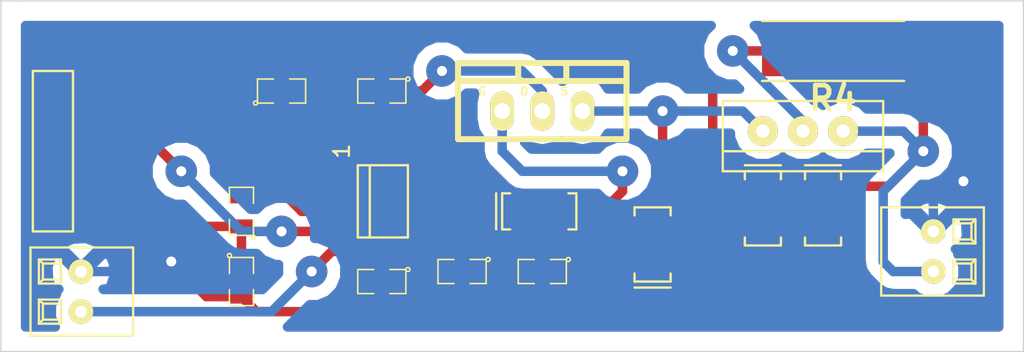
<source format=kicad_pcb>
(kicad_pcb (version 4) (host pcbnew "(2014-08-05 BZR 5054)-product")

  (general
    (links 33)
    (no_connects 0)
    (area 98.850429 86.6692 171.024572 110.540001)
    (thickness 1.6)
    (drawings 5)
    (tracks 132)
    (zones 0)
    (modules 18)
    (nets 13)
  )

  (page A4)
  (layers
    (0 F.Cu signal)
    (31 B.Cu signal)
    (32 B.Adhes user)
    (33 F.Adhes user)
    (34 B.Paste user)
    (35 F.Paste user)
    (36 B.SilkS user)
    (37 F.SilkS user)
    (38 B.Mask user)
    (39 F.Mask user)
    (40 Dwgs.User user)
    (41 Cmts.User user)
    (42 Eco1.User user)
    (43 Eco2.User user)
    (44 Edge.Cuts user)
    (45 Margin user)
  )

  (setup
    (last_trace_width 0.6)
    (trace_clearance 0.254)
    (zone_clearance 0.8)
    (zone_45_only no)
    (trace_min 0.6)
    (segment_width 0.2)
    (edge_width 0.1)
    (via_size 2)
    (via_drill 0.635)
    (via_min_size 2)
    (via_min_drill 0.508)
    (uvia_size 0.508)
    (uvia_drill 0.127)
    (uvias_allowed no)
    (uvia_min_size 0.508)
    (uvia_min_drill 0.127)
    (pcb_text_width 0.3)
    (pcb_text_size 1.5 1.5)
    (mod_edge_width 0.15)
    (mod_text_size 1 1)
    (mod_text_width 0.15)
    (pad_size 1.34 1.8)
    (pad_drill 0)
    (pad_to_mask_clearance 0.5)
    (solder_mask_min_width 0.5)
    (aux_axis_origin 0 0)
    (visible_elements FFFFFF7F)
    (pcbplotparams
      (layerselection 0x00000_00000001)
      (usegerberextensions false)
      (excludeedgelayer true)
      (linewidth 0.100000)
      (plotframeref false)
      (viasonmask false)
      (mode 1)
      (useauxorigin false)
      (hpglpennumber 1)
      (hpglpenspeed 20)
      (hpglpendiameter 15)
      (hpglpenoverlay 2)
      (psnegative false)
      (psa4output false)
      (plotreference true)
      (plotvalue true)
      (plotinvisibletext false)
      (padsonsilk false)
      (subtractmaskfromsilk false)
      (outputformat 4)
      (mirror false)
      (drillshape 0)
      (scaleselection 1)
      (outputdirectory ""))
  )

  (net 0 "")
  (net 1 "Net-(C1-Pad1)")
  (net 2 GND)
  (net 3 +12V)
  (net 4 "Net-(C3-Pad1)")
  (net 5 VDD)
  (net 6 "Net-(D1-Pad1)")
  (net 7 "Net-(D1-Pad2)")
  (net 8 "Net-(D2-Pad1)")
  (net 9 "Net-(D3-Pad2)")
  (net 10 "Net-(P1-Pad3)")
  (net 11 "Net-(P1-Pad4)")
  (net 12 "Net-(R4-Pad2)")

  (net_class Default "This is the default net class."
    (clearance 0.254)
    (trace_width 0.6)
    (via_dia 2)
    (via_drill 0.635)
    (uvia_dia 0.508)
    (uvia_drill 0.127)
    (add_net +12V)
    (add_net GND)
    (add_net "Net-(C1-Pad1)")
    (add_net "Net-(C3-Pad1)")
    (add_net "Net-(D1-Pad1)")
    (add_net "Net-(D1-Pad2)")
    (add_net "Net-(D2-Pad1)")
    (add_net "Net-(D3-Pad2)")
    (add_net "Net-(P1-Pad3)")
    (add_net "Net-(P1-Pad4)")
    (add_net "Net-(R4-Pad2)")
    (add_net VDD)
  )

  (module SMD_Packages:SMD-0805 (layer F.Cu) (tedit 53F11022) (tstamp 53F0DA99)
    (at 120.65 93.98)
    (path /53EFE5FC)
    (attr smd)
    (fp_text reference C1 (at 0 -0.3175) (layer F.SilkS) hide
      (effects (font (size 0.50038 0.50038) (thickness 0.10922)))
    )
    (fp_text value 10U (at 0 0.381) (layer F.SilkS) hide
      (effects (font (size 0.50038 0.50038) (thickness 0.10922)))
    )
    (fp_circle (center -1.651 0.762) (end -1.651 0.635) (layer F.SilkS) (width 0.09906))
    (fp_line (start -0.508 0.762) (end -1.524 0.762) (layer F.SilkS) (width 0.09906))
    (fp_line (start -1.524 0.762) (end -1.524 -0.762) (layer F.SilkS) (width 0.09906))
    (fp_line (start -1.524 -0.762) (end -0.508 -0.762) (layer F.SilkS) (width 0.09906))
    (fp_line (start 0.508 -0.762) (end 1.524 -0.762) (layer F.SilkS) (width 0.09906))
    (fp_line (start 1.524 -0.762) (end 1.524 0.762) (layer F.SilkS) (width 0.09906))
    (fp_line (start 1.524 0.762) (end 0.508 0.762) (layer F.SilkS) (width 0.09906))
    (pad 1 smd rect (at -0.9525 0) (size 0.889 1.397) (layers F.Cu F.Paste F.Mask)
      (net 1 "Net-(C1-Pad1)"))
    (pad 2 smd rect (at 0.9525 0) (size 0.889 1.397) (layers F.Cu F.Paste F.Mask)
      (net 2 GND))
    (model smd/chip_cms.wrl
      (at (xyz 0 0 0))
      (scale (xyz 0.1000000014901161 0.1000000014901161 0.1000000014901161))
      (rotate (xyz 0 0 0))
    )
  )

  (module SMD_Packages:SMD-0805 (layer F.Cu) (tedit 53F1103B) (tstamp 53F0DAA6)
    (at 127 93.98 180)
    (path /53EFC4DE)
    (attr smd)
    (fp_text reference C2 (at 0 -0.3175 180) (layer F.SilkS) hide
      (effects (font (size 0.50038 0.50038) (thickness 0.10922)))
    )
    (fp_text value 10U (at 0 0.381 180) (layer F.SilkS) hide
      (effects (font (size 0.50038 0.50038) (thickness 0.10922)))
    )
    (fp_circle (center -1.651 0.762) (end -1.651 0.635) (layer F.SilkS) (width 0.09906))
    (fp_line (start -0.508 0.762) (end -1.524 0.762) (layer F.SilkS) (width 0.09906))
    (fp_line (start -1.524 0.762) (end -1.524 -0.762) (layer F.SilkS) (width 0.09906))
    (fp_line (start -1.524 -0.762) (end -0.508 -0.762) (layer F.SilkS) (width 0.09906))
    (fp_line (start 0.508 -0.762) (end 1.524 -0.762) (layer F.SilkS) (width 0.09906))
    (fp_line (start 1.524 -0.762) (end 1.524 0.762) (layer F.SilkS) (width 0.09906))
    (fp_line (start 1.524 0.762) (end 0.508 0.762) (layer F.SilkS) (width 0.09906))
    (pad 1 smd rect (at -0.9525 0 180) (size 0.889 1.397) (layers F.Cu F.Paste F.Mask)
      (net 3 +12V))
    (pad 2 smd rect (at 0.9525 0 180) (size 0.889 1.397) (layers F.Cu F.Paste F.Mask)
      (net 2 GND))
    (model smd/chip_cms.wrl
      (at (xyz 0 0 0))
      (scale (xyz 0.1000000014901161 0.1000000014901161 0.1000000014901161))
      (rotate (xyz 0 0 0))
    )
  )

  (module SMD_Packages:SMD-0805 (layer F.Cu) (tedit 53F10FFE) (tstamp 53F0DAB3)
    (at 127 106.045 180)
    (path /53EF8B73)
    (attr smd)
    (fp_text reference C3 (at 0 -0.3175 180) (layer F.SilkS) hide
      (effects (font (size 0.50038 0.50038) (thickness 0.10922)))
    )
    (fp_text value 10U (at 0 0.381 180) (layer F.SilkS) hide
      (effects (font (size 0.50038 0.50038) (thickness 0.10922)))
    )
    (fp_circle (center -1.651 0.762) (end -1.651 0.635) (layer F.SilkS) (width 0.09906))
    (fp_line (start -0.508 0.762) (end -1.524 0.762) (layer F.SilkS) (width 0.09906))
    (fp_line (start -1.524 0.762) (end -1.524 -0.762) (layer F.SilkS) (width 0.09906))
    (fp_line (start -1.524 -0.762) (end -0.508 -0.762) (layer F.SilkS) (width 0.09906))
    (fp_line (start 0.508 -0.762) (end 1.524 -0.762) (layer F.SilkS) (width 0.09906))
    (fp_line (start 1.524 -0.762) (end 1.524 0.762) (layer F.SilkS) (width 0.09906))
    (fp_line (start 1.524 0.762) (end 0.508 0.762) (layer F.SilkS) (width 0.09906))
    (pad 1 smd rect (at -0.9525 0 180) (size 0.889 1.397) (layers F.Cu F.Paste F.Mask)
      (net 4 "Net-(C3-Pad1)"))
    (pad 2 smd rect (at 0.9525 0 180) (size 0.889 1.397) (layers F.Cu F.Paste F.Mask)
      (net 2 GND))
    (model smd/chip_cms.wrl
      (at (xyz 0 0 0))
      (scale (xyz 0.1000000014901161 0.1000000014901161 0.1000000014901161))
      (rotate (xyz 0 0 0))
    )
  )

  (module SMD_Packages:SMD-0805 (layer F.Cu) (tedit 53F1100A) (tstamp 53F0DAC0)
    (at 118.11 106.045 270)
    (path /53EFB346)
    (attr smd)
    (fp_text reference C4 (at 0 -0.3175 270) (layer F.SilkS) hide
      (effects (font (size 0.50038 0.50038) (thickness 0.10922)))
    )
    (fp_text value 10U (at 0 0.381 270) (layer F.SilkS) hide
      (effects (font (size 0.50038 0.50038) (thickness 0.10922)))
    )
    (fp_circle (center -1.651 0.762) (end -1.651 0.635) (layer F.SilkS) (width 0.09906))
    (fp_line (start -0.508 0.762) (end -1.524 0.762) (layer F.SilkS) (width 0.09906))
    (fp_line (start -1.524 0.762) (end -1.524 -0.762) (layer F.SilkS) (width 0.09906))
    (fp_line (start -1.524 -0.762) (end -0.508 -0.762) (layer F.SilkS) (width 0.09906))
    (fp_line (start 0.508 -0.762) (end 1.524 -0.762) (layer F.SilkS) (width 0.09906))
    (fp_line (start 1.524 -0.762) (end 1.524 0.762) (layer F.SilkS) (width 0.09906))
    (fp_line (start 1.524 0.762) (end 0.508 0.762) (layer F.SilkS) (width 0.09906))
    (pad 1 smd rect (at -0.9525 0 270) (size 0.889 1.397) (layers F.Cu F.Paste F.Mask)
      (net 5 VDD))
    (pad 2 smd rect (at 0.9525 0 270) (size 0.889 1.397) (layers F.Cu F.Paste F.Mask)
      (net 2 GND))
    (model smd/chip_cms.wrl
      (at (xyz 0 0 0))
      (scale (xyz 0.1000000014901161 0.1000000014901161 0.1000000014901161))
      (rotate (xyz 0 0 0))
    )
  )

  (module common-ICs:SOD-123 (layer F.Cu) (tedit 53F10FCF) (tstamp 53F10FDD)
    (at 138.43 101.6 180)
    (path /53EFCF84)
    (fp_text reference D1 (at 0 -1.397 180) (layer F.SilkS) hide
      (effects (font (size 1 1) (thickness 0.15)))
    )
    (fp_text value 1N4148 (at 0 1.524 180) (layer F.SilkS) hide
      (effects (font (size 1 1) (thickness 0.15)))
    )
    (fp_line (start -0.889 -1.143) (end -0.889 1.143) (layer F.SilkS) (width 0.15))
    (fp_line (start -0.889 1.143) (end -0.381 1.143) (layer F.SilkS) (width 0.15))
    (fp_line (start -0.889 -1.143) (end -0.381 -1.143) (layer F.SilkS) (width 0.15))
    (fp_line (start 4.191 -1.143) (end 4.191 1.143) (layer F.SilkS) (width 0.15))
    (fp_line (start 3.302 -1.143) (end 3.81 -1.143) (layer F.SilkS) (width 0.15))
    (fp_line (start 3.81 -1.143) (end 3.81 1.143) (layer F.SilkS) (width 0.15))
    (fp_line (start 3.81 1.143) (end 3.302 1.143) (layer F.SilkS) (width 0.15))
    (pad 1 smd rect (at 0 0 180) (size 1.34 1.8) (layers F.Cu F.Paste F.Mask)
      (net 6 "Net-(D1-Pad1)"))
    (pad 2 smd rect (at 2.86 0 180) (size 1.34 1.8) (layers F.Cu F.Paste F.Mask)
      (net 7 "Net-(D1-Pad2)"))
  )

  (module common-ICs:SOD-123 (layer F.Cu) (tedit 53F10FD3) (tstamp 53F0DADA)
    (at 144.145 102.235 270)
    (path /53EFD98F)
    (fp_text reference D2 (at 0 -1.397 270) (layer F.SilkS) hide
      (effects (font (size 1 1) (thickness 0.15)))
    )
    (fp_text value 1N4744 (at 0 1.524 270) (layer F.SilkS) hide
      (effects (font (size 1 1) (thickness 0.15)))
    )
    (fp_line (start -0.889 -1.143) (end -0.889 1.143) (layer F.SilkS) (width 0.15))
    (fp_line (start -0.889 1.143) (end -0.381 1.143) (layer F.SilkS) (width 0.15))
    (fp_line (start -0.889 -1.143) (end -0.381 -1.143) (layer F.SilkS) (width 0.15))
    (fp_line (start 4.191 -1.143) (end 4.191 1.143) (layer F.SilkS) (width 0.15))
    (fp_line (start 3.302 -1.143) (end 3.81 -1.143) (layer F.SilkS) (width 0.15))
    (fp_line (start 3.81 -1.143) (end 3.81 1.143) (layer F.SilkS) (width 0.15))
    (fp_line (start 3.81 1.143) (end 3.302 1.143) (layer F.SilkS) (width 0.15))
    (pad 1 smd rect (at 0 0 270) (size 1.34 1.8) (layers F.Cu F.Paste F.Mask)
      (net 8 "Net-(D2-Pad1)"))
    (pad 2 smd rect (at 2.86 0 270) (size 1.34 1.8) (layers F.Cu F.Paste F.Mask)
      (net 6 "Net-(D1-Pad1)"))
  )

  (module common-ICs:SOD-123 (layer F.Cu) (tedit 53F10FAF) (tstamp 53F0DAE7)
    (at 154.94 102.87 90)
    (path /53EFFCFC)
    (fp_text reference D3 (at 0 -1.397 90) (layer F.SilkS) hide
      (effects (font (size 1 1) (thickness 0.15)))
    )
    (fp_text value 1N4007 (at 0 1.524 90) (layer F.SilkS) hide
      (effects (font (size 1 1) (thickness 0.15)))
    )
    (fp_line (start -0.889 -1.143) (end -0.889 1.143) (layer F.SilkS) (width 0.15))
    (fp_line (start -0.889 1.143) (end -0.381 1.143) (layer F.SilkS) (width 0.15))
    (fp_line (start -0.889 -1.143) (end -0.381 -1.143) (layer F.SilkS) (width 0.15))
    (fp_line (start 4.191 -1.143) (end 4.191 1.143) (layer F.SilkS) (width 0.15))
    (fp_line (start 3.302 -1.143) (end 3.81 -1.143) (layer F.SilkS) (width 0.15))
    (fp_line (start 3.81 -1.143) (end 3.81 1.143) (layer F.SilkS) (width 0.15))
    (fp_line (start 3.81 1.143) (end 3.302 1.143) (layer F.SilkS) (width 0.15))
    (pad 1 smd rect (at 0 0 90) (size 1.34 1.8) (layers F.Cu F.Paste F.Mask)
      (net 2 GND))
    (pad 2 smd rect (at 2.86 0 90) (size 1.34 1.8) (layers F.Cu F.Paste F.Mask)
      (net 9 "Net-(D3-Pad2)"))
  )

  (module common-ICs:SOD-123 (layer F.Cu) (tedit 53F10F94) (tstamp 53F0DAF4)
    (at 151.13 102.87 90)
    (path /53EFFD84)
    (fp_text reference D4 (at 1.27 0 90) (layer F.SilkS) hide
      (effects (font (size 1 1) (thickness 0.15)))
    )
    (fp_text value 4.6V (at 0 1.524 90) (layer F.SilkS) hide
      (effects (font (size 1 1) (thickness 0.15)))
    )
    (fp_line (start -0.889 -1.143) (end -0.889 1.143) (layer F.SilkS) (width 0.15))
    (fp_line (start -0.889 1.143) (end -0.381 1.143) (layer F.SilkS) (width 0.15))
    (fp_line (start -0.889 -1.143) (end -0.381 -1.143) (layer F.SilkS) (width 0.15))
    (fp_line (start 4.191 -1.143) (end 4.191 1.143) (layer F.SilkS) (width 0.15))
    (fp_line (start 3.302 -1.143) (end 3.81 -1.143) (layer F.SilkS) (width 0.15))
    (fp_line (start 3.81 -1.143) (end 3.81 1.143) (layer F.SilkS) (width 0.15))
    (fp_line (start 3.81 1.143) (end 3.302 1.143) (layer F.SilkS) (width 0.15))
    (pad 1 smd rect (at 0 0 90) (size 1.34 1.8) (layers F.Cu F.Paste F.Mask)
      (net 2 GND))
    (pad 2 smd rect (at 2.86 0 90) (size 1.34 1.8) (layers F.Cu F.Paste F.Mask)
      (net 9 "Net-(D3-Pad2)"))
  )

  (module common-ICs:SMD-HEADER-4 (layer F.Cu) (tedit 53F10F64) (tstamp 53F0DB00)
    (at 109.22 97.79 90)
    (path /53EFB1C5)
    (fp_text reference P1 (at 0.127 -5.08 90) (layer F.SilkS) hide
      (effects (font (size 1 1) (thickness 0.15)))
    )
    (fp_text value CONN_4 (at 0 2.159 90) (layer F.SilkS) hide
      (effects (font (size 1 1) (thickness 0.15)))
    )
    (fp_line (start 5.08 -1.778) (end -5.08 -1.778) (layer F.SilkS) (width 0.15))
    (fp_line (start -5.08 -1.778) (end -5.08 -4.318) (layer F.SilkS) (width 0.15))
    (fp_line (start -5.08 -4.318) (end 5.08 -4.318) (layer F.SilkS) (width 0.15))
    (fp_line (start 5.08 -4.318) (end 5.08 -1.778) (layer F.SilkS) (width 0.15))
    (pad 3 smd rect (at 1.27 0 90) (size 1.2954 2.794) (layers F.Cu F.Paste F.Mask)
      (net 10 "Net-(P1-Pad3)"))
    (pad 4 smd rect (at 3.81 0 90) (size 1.2954 2.794) (layers F.Cu F.Paste F.Mask)
      (net 11 "Net-(P1-Pad4)"))
    (pad 2 smd rect (at -1.27 0 90) (size 1.2954 2.794) (layers F.Cu F.Paste F.Mask)
      (net 5 VDD))
    (pad 1 smd rect (at -3.81 0 90) (size 1.2954 2.794) (layers F.Cu F.Paste F.Mask)
      (net 2 GND))
  )

  (module common-ICs:OSTVN02A150 (layer F.Cu) (tedit 53F10F6B) (tstamp 53F0DB1C)
    (at 107.95 106.68 270)
    (path /53EFB0D6)
    (fp_text reference P2 (at 0.127 -4.953 270) (layer F.SilkS) hide
      (effects (font (size 1 1) (thickness 0.15)))
    )
    (fp_text value CONN_2 (at 0 5.842 270) (layer F.SilkS) hide
      (effects (font (size 1 1) (thickness 0.15)))
    )
    (fp_line (start 1.778 2.413) (end 0.762 2.413) (layer F.SilkS) (width 0.15))
    (fp_line (start 2.032 2.667) (end 1.778 2.413) (layer F.SilkS) (width 0.15))
    (fp_line (start 1.778 2.413) (end 1.778 1.27) (layer F.SilkS) (width 0.15))
    (fp_line (start 0.762 1.27) (end 0.762 2.413) (layer F.SilkS) (width 0.15))
    (fp_line (start 0.762 2.413) (end 0.508 2.667) (layer F.SilkS) (width 0.15))
    (fp_line (start -0.762 2.413) (end -0.762 1.27) (layer F.SilkS) (width 0.15))
    (fp_line (start -1.778 2.413) (end -0.762 2.413) (layer F.SilkS) (width 0.15))
    (fp_line (start -0.762 2.413) (end -0.508 2.667) (layer F.SilkS) (width 0.15))
    (fp_line (start -2.032 2.667) (end -1.778 2.413) (layer F.SilkS) (width 0.15))
    (fp_line (start -1.778 2.413) (end -1.778 1.27) (layer F.SilkS) (width 0.15))
    (fp_line (start -0.508 1.27) (end -2.032 1.27) (layer F.SilkS) (width 0.15))
    (fp_line (start -2.032 1.27) (end -2.032 2.667) (layer F.SilkS) (width 0.15))
    (fp_line (start -2.032 2.667) (end -0.508 2.667) (layer F.SilkS) (width 0.15))
    (fp_line (start -0.508 2.667) (end -0.508 1.27) (layer F.SilkS) (width 0.15))
    (fp_line (start 0.508 1.27) (end 2.032 1.27) (layer F.SilkS) (width 0.15))
    (fp_line (start 2.032 1.27) (end 2.032 2.667) (layer F.SilkS) (width 0.15))
    (fp_line (start 2.032 2.667) (end 0.508 2.667) (layer F.SilkS) (width 0.15))
    (fp_line (start 0.508 2.667) (end 0.508 1.27) (layer F.SilkS) (width 0.15))
    (fp_line (start 2.794 -3.302) (end 2.794 3.2) (layer F.SilkS) (width 0.15))
    (fp_line (start 2.794 3.2) (end -2.794 3.2) (layer F.SilkS) (width 0.15))
    (fp_line (start -2.794 3.2) (end -2.794 -3.302) (layer F.SilkS) (width 0.15))
    (fp_line (start -2.77 -3.302) (end 2.77 -3.302) (layer F.SilkS) (width 0.15))
    (pad 1 thru_hole circle (at -1.27 0 270) (size 1.5494 1.5494) (drill 0.7366) (layers *.Cu *.Mask F.SilkS)
      (net 2 GND))
    (pad 2 thru_hole circle (at 1.27 0 270) (size 1.5494 1.5494) (drill 0.7366) (layers *.Cu *.Mask F.SilkS)
      (net 3 +12V))
  )

  (module common-ICs:OSTVN02A150 (layer F.Cu) (tedit 53F10FB3) (tstamp 53F0DB38)
    (at 161.925 104.14 90)
    (path /53F02DD9)
    (fp_text reference P3 (at 0.127 -4.953 90) (layer F.SilkS) hide
      (effects (font (size 1 1) (thickness 0.15)))
    )
    (fp_text value CONN_2 (at 0 5.842 90) (layer F.SilkS) hide
      (effects (font (size 1 1) (thickness 0.15)))
    )
    (fp_line (start 1.778 2.413) (end 0.762 2.413) (layer F.SilkS) (width 0.15))
    (fp_line (start 2.032 2.667) (end 1.778 2.413) (layer F.SilkS) (width 0.15))
    (fp_line (start 1.778 2.413) (end 1.778 1.27) (layer F.SilkS) (width 0.15))
    (fp_line (start 0.762 1.27) (end 0.762 2.413) (layer F.SilkS) (width 0.15))
    (fp_line (start 0.762 2.413) (end 0.508 2.667) (layer F.SilkS) (width 0.15))
    (fp_line (start -0.762 2.413) (end -0.762 1.27) (layer F.SilkS) (width 0.15))
    (fp_line (start -1.778 2.413) (end -0.762 2.413) (layer F.SilkS) (width 0.15))
    (fp_line (start -0.762 2.413) (end -0.508 2.667) (layer F.SilkS) (width 0.15))
    (fp_line (start -2.032 2.667) (end -1.778 2.413) (layer F.SilkS) (width 0.15))
    (fp_line (start -1.778 2.413) (end -1.778 1.27) (layer F.SilkS) (width 0.15))
    (fp_line (start -0.508 1.27) (end -2.032 1.27) (layer F.SilkS) (width 0.15))
    (fp_line (start -2.032 1.27) (end -2.032 2.667) (layer F.SilkS) (width 0.15))
    (fp_line (start -2.032 2.667) (end -0.508 2.667) (layer F.SilkS) (width 0.15))
    (fp_line (start -0.508 2.667) (end -0.508 1.27) (layer F.SilkS) (width 0.15))
    (fp_line (start 0.508 1.27) (end 2.032 1.27) (layer F.SilkS) (width 0.15))
    (fp_line (start 2.032 1.27) (end 2.032 2.667) (layer F.SilkS) (width 0.15))
    (fp_line (start 2.032 2.667) (end 0.508 2.667) (layer F.SilkS) (width 0.15))
    (fp_line (start 0.508 2.667) (end 0.508 1.27) (layer F.SilkS) (width 0.15))
    (fp_line (start 2.794 -3.302) (end 2.794 3.2) (layer F.SilkS) (width 0.15))
    (fp_line (start 2.794 3.2) (end -2.794 3.2) (layer F.SilkS) (width 0.15))
    (fp_line (start -2.794 3.2) (end -2.794 -3.302) (layer F.SilkS) (width 0.15))
    (fp_line (start -2.77 -3.302) (end 2.77 -3.302) (layer F.SilkS) (width 0.15))
    (pad 1 thru_hole circle (at -1.27 0 90) (size 1.5494 1.5494) (drill 0.7366) (layers *.Cu *.Mask F.SilkS)
      (net 9 "Net-(D3-Pad2)"))
    (pad 2 thru_hole circle (at 1.27 0 90) (size 1.5494 1.5494) (drill 0.7366) (layers *.Cu *.Mask F.SilkS)
      (net 2 GND))
  )

  (module Transistors_TO-220:TO-220_FET-GDS_Vertical (layer F.Cu) (tedit 53F10FB9) (tstamp 53F0DB4C)
    (at 137.16 95.25)
    (descr "TO-220, FET-GDS, Vertical,")
    (tags "TO-220, FET-GDS, Vertical,")
    (path /53EF8AB7)
    (fp_text reference Q1 (at 0 -5.08) (layer F.SilkS) hide
      (effects (font (thickness 0.3048)))
    )
    (fp_text value "30N06L " (at 0 3.81) (layer F.SilkS) hide
      (effects (font (thickness 0.3048)))
    )
    (fp_text user S (at 1.397 -1.27) (layer F.SilkS)
      (effects (font (size 0.50038 0.50038) (thickness 0.12446)))
    )
    (fp_text user D (at -1.143 -1.27) (layer F.SilkS)
      (effects (font (size 0.50038 0.50038) (thickness 0.12446)))
    )
    (fp_text user G (at -3.81 -1.27) (layer F.SilkS)
      (effects (font (size 0.50038 0.50038) (thickness 0.12446)))
    )
    (fp_line (start -1.524 -3.048) (end -1.524 -1.905) (layer F.SilkS) (width 0.381))
    (fp_line (start 1.524 -3.048) (end 1.524 -1.905) (layer F.SilkS) (width 0.381))
    (fp_line (start 5.334 -1.905) (end 5.334 1.778) (layer F.SilkS) (width 0.381))
    (fp_line (start 5.334 1.778) (end -5.334 1.778) (layer F.SilkS) (width 0.381))
    (fp_line (start -5.334 1.778) (end -5.334 -1.905) (layer F.SilkS) (width 0.381))
    (fp_line (start 5.334 -3.048) (end 5.334 -1.905) (layer F.SilkS) (width 0.381))
    (fp_line (start 5.334 -1.905) (end -5.334 -1.905) (layer F.SilkS) (width 0.381))
    (fp_line (start -5.334 -1.905) (end -5.334 -3.048) (layer F.SilkS) (width 0.381))
    (fp_line (start 0 -3.048) (end -5.334 -3.048) (layer F.SilkS) (width 0.381))
    (fp_line (start 0 -3.048) (end 5.334 -3.048) (layer F.SilkS) (width 0.381))
    (pad D thru_hole oval (at 0 0 90) (size 2.49936 1.50114) (drill 1.00076) (layers *.Cu *.Mask F.SilkS)
      (net 3 +12V))
    (pad G thru_hole oval (at -2.54 0 90) (size 2.49936 1.50114) (drill 1.00076) (layers *.Cu *.Mask F.SilkS)
      (net 6 "Net-(D1-Pad1)"))
    (pad S thru_hole oval (at 2.54 0 90) (size 2.49936 1.50114) (drill 1.00076) (layers *.Cu *.Mask F.SilkS)
      (net 8 "Net-(D2-Pad1)"))
    (model Transistor_TO-220_Wings3d_RevB_03Sep2012/TO220-vert_RevB_Faktor03937_03Sep2012.wrl
      (at (xyz 0 0 0))
      (scale (xyz 0.3937000036239624 0.3937000036239624 0.3937000036239624))
      (rotate (xyz 0 0 0))
    )
  )

  (module SMD_Packages:SMD-0805 (layer F.Cu) (tedit 53F11014) (tstamp 53F0DB59)
    (at 118.11 101.6 90)
    (path /53EFB85B)
    (attr smd)
    (fp_text reference R1 (at 0 -0.3175 90) (layer F.SilkS) hide
      (effects (font (size 0.50038 0.50038) (thickness 0.10922)))
    )
    (fp_text value 10K (at 0 0.381 90) (layer F.SilkS) hide
      (effects (font (size 0.50038 0.50038) (thickness 0.10922)))
    )
    (fp_circle (center -1.651 0.762) (end -1.651 0.635) (layer F.SilkS) (width 0.09906))
    (fp_line (start -0.508 0.762) (end -1.524 0.762) (layer F.SilkS) (width 0.09906))
    (fp_line (start -1.524 0.762) (end -1.524 -0.762) (layer F.SilkS) (width 0.09906))
    (fp_line (start -1.524 -0.762) (end -0.508 -0.762) (layer F.SilkS) (width 0.09906))
    (fp_line (start 0.508 -0.762) (end 1.524 -0.762) (layer F.SilkS) (width 0.09906))
    (fp_line (start 1.524 -0.762) (end 1.524 0.762) (layer F.SilkS) (width 0.09906))
    (fp_line (start 1.524 0.762) (end 0.508 0.762) (layer F.SilkS) (width 0.09906))
    (pad 1 smd rect (at -0.9525 0 90) (size 0.889 1.397) (layers F.Cu F.Paste F.Mask)
      (net 5 VDD))
    (pad 2 smd rect (at 0.9525 0 90) (size 0.889 1.397) (layers F.Cu F.Paste F.Mask)
      (net 11 "Net-(P1-Pad4)"))
    (model smd/chip_cms.wrl
      (at (xyz 0 0 0))
      (scale (xyz 0.1000000014901161 0.1000000014901161 0.1000000014901161))
      (rotate (xyz 0 0 0))
    )
  )

  (module SMD_Packages:SMD-0805 (layer F.Cu) (tedit 53F10FE8) (tstamp 53F0DB66)
    (at 132.08 105.41 180)
    (path /53EFC875)
    (attr smd)
    (fp_text reference R2 (at 0 -0.3175 180) (layer F.SilkS) hide
      (effects (font (size 0.50038 0.50038) (thickness 0.10922)))
    )
    (fp_text value 10K (at 0 0.381 180) (layer F.SilkS) hide
      (effects (font (size 0.50038 0.50038) (thickness 0.10922)))
    )
    (fp_circle (center -1.651 0.762) (end -1.651 0.635) (layer F.SilkS) (width 0.09906))
    (fp_line (start -0.508 0.762) (end -1.524 0.762) (layer F.SilkS) (width 0.09906))
    (fp_line (start -1.524 0.762) (end -1.524 -0.762) (layer F.SilkS) (width 0.09906))
    (fp_line (start -1.524 -0.762) (end -0.508 -0.762) (layer F.SilkS) (width 0.09906))
    (fp_line (start 0.508 -0.762) (end 1.524 -0.762) (layer F.SilkS) (width 0.09906))
    (fp_line (start 1.524 -0.762) (end 1.524 0.762) (layer F.SilkS) (width 0.09906))
    (fp_line (start 1.524 0.762) (end 0.508 0.762) (layer F.SilkS) (width 0.09906))
    (pad 1 smd rect (at -0.9525 0 180) (size 0.889 1.397) (layers F.Cu F.Paste F.Mask)
      (net 4 "Net-(C3-Pad1)"))
    (pad 2 smd rect (at 0.9525 0 180) (size 0.889 1.397) (layers F.Cu F.Paste F.Mask)
      (net 7 "Net-(D1-Pad2)"))
    (model smd/chip_cms.wrl
      (at (xyz 0 0 0))
      (scale (xyz 0.1000000014901161 0.1000000014901161 0.1000000014901161))
      (rotate (xyz 0 0 0))
    )
  )

  (module SMD_Packages:SMD-0805 (layer F.Cu) (tedit 53F10FF4) (tstamp 53F0DB73)
    (at 137.16 105.41 180)
    (path /53EF8BB8)
    (attr smd)
    (fp_text reference R3 (at 0 -0.3175 180) (layer F.SilkS) hide
      (effects (font (size 0.50038 0.50038) (thickness 0.10922)))
    )
    (fp_text value 10K (at 0 0.381 180) (layer F.SilkS) hide
      (effects (font (size 0.50038 0.50038) (thickness 0.10922)))
    )
    (fp_circle (center -1.651 0.762) (end -1.651 0.635) (layer F.SilkS) (width 0.09906))
    (fp_line (start -0.508 0.762) (end -1.524 0.762) (layer F.SilkS) (width 0.09906))
    (fp_line (start -1.524 0.762) (end -1.524 -0.762) (layer F.SilkS) (width 0.09906))
    (fp_line (start -1.524 -0.762) (end -0.508 -0.762) (layer F.SilkS) (width 0.09906))
    (fp_line (start 0.508 -0.762) (end 1.524 -0.762) (layer F.SilkS) (width 0.09906))
    (fp_line (start 1.524 -0.762) (end 1.524 0.762) (layer F.SilkS) (width 0.09906))
    (fp_line (start 1.524 0.762) (end 0.508 0.762) (layer F.SilkS) (width 0.09906))
    (pad 1 smd rect (at -0.9525 0 180) (size 0.889 1.397) (layers F.Cu F.Paste F.Mask)
      (net 6 "Net-(D1-Pad1)"))
    (pad 2 smd rect (at 0.9525 0 180) (size 0.889 1.397) (layers F.Cu F.Paste F.Mask)
      (net 4 "Net-(C3-Pad1)"))
    (model smd/chip_cms.wrl
      (at (xyz 0 0 0))
      (scale (xyz 0.1000000014901161 0.1000000014901161 0.1000000014901161))
      (rotate (xyz 0 0 0))
    )
  )

  (module common-ICs:LT1910 (layer F.Cu) (tedit 53F10FD8) (tstamp 53F0DB92)
    (at 124.46 99.06 270)
    (path /53EF89BA)
    (fp_text reference U1 (at 1.27 -7.62 270) (layer F.SilkS) hide
      (effects (font (size 1 1) (thickness 0.15)))
    )
    (fp_text value LT1910 (at 1.27 2.54 270) (layer F.SilkS) hide
      (effects (font (size 1 1) (thickness 0.15)))
    )
    (fp_line (start 4.191 -1.778) (end -0.381 -1.778) (layer F.SilkS) (width 0.15))
    (fp_line (start -0.381 -4.191) (end 4.191 -4.191) (layer F.SilkS) (width 0.15))
    (fp_line (start 4.191 -4.191) (end 4.191 -1.016) (layer F.SilkS) (width 0.15))
    (fp_line (start 4.191 -1.016) (end -0.381 -1.016) (layer F.SilkS) (width 0.15))
    (fp_line (start -0.381 -1.016) (end -0.381 -4.191) (layer F.SilkS) (width 0.15))
    (fp_text user 1 (at -1.27 0 270) (layer F.SilkS)
      (effects (font (size 1 1) (thickness 0.15)))
    )
    (pad 5 smd rect (at 3.81 -5.207 270) (size 0.762 1.143) (layers F.Cu F.Paste F.Mask)
      (net 7 "Net-(D1-Pad2)"))
    (pad 6 smd rect (at 2.54 -5.207 270) (size 0.762 1.143) (layers F.Cu F.Paste F.Mask)
      (net 3 +12V))
    (pad 7 smd rect (at 1.27 -5.207 270) (size 0.762 1.143) (layers F.Cu F.Paste F.Mask))
    (pad 8 smd rect (at 0 -5.207 270) (size 0.762 1.143) (layers F.Cu F.Paste F.Mask)
      (net 3 +12V))
    (pad 4 smd rect (at 3.81 0 270) (size 0.762 1.143) (layers F.Cu F.Paste F.Mask)
      (net 10 "Net-(P1-Pad3)"))
    (pad 3 smd rect (at 2.54 0 270) (size 0.762 1.143) (layers F.Cu F.Paste F.Mask)
      (net 11 "Net-(P1-Pad4)"))
    (pad 2 smd rect (at 1.27 0 270) (size 0.762 1.143) (layers F.Cu F.Paste F.Mask)
      (net 1 "Net-(C1-Pad1)"))
    (pad 1 smd rect (at 0 0 270) (size 0.762 1.143) (layers F.Cu F.Paste F.Mask)
      (net 2 GND))
  )

  (module common-ICs:TO-220 (layer F.Cu) (tedit 53F10FC4) (tstamp 53F0DB9E)
    (at 153.67 96.52 180)
    (path /53EFEF83)
    (fp_text reference U2 (at 0 -3.302 180) (layer F.SilkS) hide
      (effects (font (size 1 1) (thickness 0.15)))
    )
    (fp_text value LM338 (at 0 2.667 180) (layer F.SilkS) hide
      (effects (font (size 1 1) (thickness 0.15)))
    )
    (fp_line (start 5.08 -1.27) (end -5.08 -1.27) (layer F.SilkS) (width 0.15))
    (fp_line (start -5.08 -2.54) (end -5.08 1.905) (layer F.SilkS) (width 0.15))
    (fp_line (start 5.08 -2.54) (end 5.08 1.905) (layer F.SilkS) (width 0.15))
    (fp_line (start 5.08 1.905) (end -5.08 1.905) (layer F.SilkS) (width 0.15))
    (fp_line (start 5.08 -2.54) (end -5.08 -2.54) (layer F.SilkS) (width 0.15))
    (pad 2 thru_hole circle (at 0 0 180) (size 1.905 1.905) (drill 0.8382) (layers *.Cu *.Mask F.SilkS)
      (net 12 "Net-(R4-Pad2)"))
    (pad 1 thru_hole circle (at -2.54 0 180) (size 1.905 1.905) (drill 0.8382) (layers *.Cu *.Mask F.SilkS)
      (net 9 "Net-(D3-Pad2)"))
    (pad 3 thru_hole circle (at 2.54 0 180) (size 1.905 1.905) (drill 0.8382) (layers *.Cu *.Mask F.SilkS)
      (net 8 "Net-(D2-Pad1)"))
  )

  (module Resistors_SMD:R_2512 (layer F.Cu) (tedit 53F1147E) (tstamp 53F0DB80)
    (at 155.575 91.44 180)
    (descr "Resistor, SMD, 2512, Reflow, Wave,")
    (tags "Resistor, SMD, 2512, Reflow, Wave,")
    (path /53EFF2D7)
    (attr smd)
    (fp_text reference R4 (at 0 -3 180) (layer F.SilkS)
      (effects (font (thickness 0.3)))
    )
    (fp_text value 0.75 (at 0 3 180) (layer F.SilkS) hide
      (effects (font (thickness 0.3)))
    )
    (fp_line (start -4.5 1.9) (end 4.5 1.9) (layer F.SilkS) (width 0.15))
    (fp_line (start -4.5 -1.9) (end 4.5 -1.9) (layer F.SilkS) (width 0.15))
    (fp_circle (center 0 0) (end 0.3 0) (layer F.Adhes) (width 0.6))
    (pad 1 smd rect (at -3.50012 0 180) (size 1.99898 3.2004) (layers F.Cu F.Paste F.Mask)
      (net 9 "Net-(D3-Pad2)"))
    (pad 2 smd rect (at 3.50012 0 180) (size 1.99898 3.2004) (layers F.Cu F.Paste F.Mask)
      (net 12 "Net-(R4-Pad2)"))
  )

  (gr_line (start 102.87 88.265) (end 104.14 88.265) (angle 90) (layer Edge.Cuts) (width 0.1))
  (gr_line (start 102.87 110.49) (end 102.87 88.265) (angle 90) (layer Edge.Cuts) (width 0.1))
  (gr_line (start 167.64 110.49) (end 102.87 110.49) (angle 90) (layer Edge.Cuts) (width 0.1))
  (gr_line (start 167.64 88.265) (end 167.64 110.49) (angle 90) (layer Edge.Cuts) (width 0.1))
  (gr_line (start 104.14 88.265) (end 167.64 88.265) (angle 90) (layer Edge.Cuts) (width 0.1))

  (segment (start 119.6975 96.8375) (end 123.19 100.33) (width 0.6) (layer F.Cu) (net 1) (tstamp 53F1068C))
  (segment (start 123.19 100.33) (end 124.46 100.33) (width 0.6) (layer F.Cu) (net 1) (tstamp 53F10691))
  (segment (start 119.6975 93.98) (end 119.6975 96.8375) (width 0.6) (layer F.Cu) (net 1))
  (segment (start 124.46 95.5675) (end 126.0475 93.98) (width 0.6) (layer F.Cu) (net 2) (tstamp 53F105DD))
  (segment (start 124.46 99.06) (end 124.46 95.5675) (width 0.6) (layer F.Cu) (net 2))
  (segment (start 126.0475 93.98) (end 121.6025 93.98) (width 0.6) (layer F.Cu) (net 2))
  (segment (start 126.0475 91.1225) (end 126.0475 93.98) (width 0.6) (layer F.Cu) (net 2) (tstamp 53F10C6A))
  (segment (start 127 90.17) (end 126.0475 91.1225) (width 0.6) (layer F.Cu) (net 2) (tstamp 53F10C66))
  (segment (start 144.78 90.17) (end 127 90.17) (width 0.6) (layer F.Cu) (net 2) (tstamp 53F10C61))
  (segment (start 145.415 90.805) (end 144.78 90.17) (width 0.6) (layer F.Cu) (net 2) (tstamp 53F10C60))
  (segment (start 147.955 93.345) (end 145.415 90.805) (width 0.6) (layer F.Cu) (net 2) (tstamp 53F10C5C))
  (segment (start 147.955 100.965) (end 147.955 93.345) (width 0.6) (layer F.Cu) (net 2) (tstamp 53F10C59))
  (segment (start 149.86 102.87) (end 147.955 100.965) (width 0.6) (layer F.Cu) (net 2) (tstamp 53F10C57))
  (segment (start 150.495 102.87) (end 149.86 102.87) (width 0.6) (layer F.Cu) (net 2) (tstamp 53F10DF2))
  (segment (start 113.03 105.41) (end 107.95 105.41) (width 0.6) (layer B.Cu) (net 2) (tstamp 53F10D1F))
  (segment (start 113.665 104.775) (end 113.03 105.41) (width 0.6) (layer B.Cu) (net 2) (tstamp 53F10D1E))
  (via (at 113.665 104.775) (size 2) (layers F.Cu B.Cu) (net 2))
  (segment (start 110.49 101.6) (end 113.665 104.775) (width 0.6) (layer F.Cu) (net 2) (tstamp 53F10D1A))
  (segment (start 109.22 101.6) (end 110.49 101.6) (width 0.6) (layer F.Cu) (net 2))
  (segment (start 115.8875 106.9975) (end 113.665 104.775) (width 0.6) (layer F.Cu) (net 2) (tstamp 53F10D23))
  (segment (start 118.11 106.9975) (end 115.8875 106.9975) (width 0.6) (layer F.Cu) (net 2))
  (segment (start 118.4275 107.315) (end 118.11 106.9975) (width 0.6) (layer F.Cu) (net 2) (tstamp 53F10D68))
  (segment (start 126.0475 106.045) (end 125.73 106.045) (width 0.6) (layer F.Cu) (net 2))
  (segment (start 125.73 106.045) (end 123.825 107.95) (width 0.6) (layer F.Cu) (net 2) (tstamp 53F10D9D))
  (segment (start 123.825 107.95) (end 119.0625 107.95) (width 0.6) (layer F.Cu) (net 2) (tstamp 53F10D9E))
  (segment (start 119.0625 107.95) (end 118.11 106.9975) (width 0.6) (layer F.Cu) (net 2) (tstamp 53F10D9F))
  (segment (start 126.0475 107.6325) (end 127 108.585) (width 0.6) (layer F.Cu) (net 2) (tstamp 53F10DE4))
  (segment (start 127 108.585) (end 144.78 108.585) (width 0.6) (layer F.Cu) (net 2) (tstamp 53F10DEA))
  (segment (start 144.78 108.585) (end 150.495 102.87) (width 0.6) (layer F.Cu) (net 2) (tstamp 53F10DED))
  (segment (start 126.0475 106.045) (end 126.0475 107.6325) (width 0.6) (layer F.Cu) (net 2))
  (segment (start 151.13 102.87) (end 149.86 102.87) (width 0.6) (layer F.Cu) (net 2))
  (segment (start 151.13 102.87) (end 154.94 102.87) (width 0.6) (layer F.Cu) (net 2))
  (segment (start 154.94 102.87) (end 154.94 105.41) (width 0.6) (layer F.Cu) (net 2))
  (segment (start 154.94 105.41) (end 154.94 104.775) (width 0.6) (layer F.Cu) (net 2) (tstamp 53F10EAF))
  (segment (start 154.94 104.775) (end 154.94 106.045) (width 0.6) (layer F.Cu) (net 2) (tstamp 53F10EB4))
  (segment (start 154.94 106.045) (end 156.845 107.95) (width 0.6) (layer F.Cu) (net 2) (tstamp 53F10EB5))
  (segment (start 156.845 107.95) (end 162.56 107.95) (width 0.6) (layer F.Cu) (net 2) (tstamp 53F10EB7))
  (segment (start 162.56 107.95) (end 164.465 106.045) (width 0.6) (layer F.Cu) (net 2) (tstamp 53F10EBC))
  (segment (start 164.465 106.045) (end 164.465 100.33) (width 0.6) (layer F.Cu) (net 2) (tstamp 53F10EC0))
  (segment (start 164.465 100.33) (end 163.83 99.695) (width 0.6) (layer F.Cu) (net 2) (tstamp 53F10EC3))
  (via (at 163.83 99.695) (size 2) (layers F.Cu B.Cu) (net 2))
  (segment (start 163.83 99.695) (end 162.56 99.695) (width 0.6) (layer B.Cu) (net 2) (tstamp 53F10EC6))
  (segment (start 162.56 99.695) (end 161.925 100.33) (width 0.6) (layer B.Cu) (net 2) (tstamp 53F10EC7))
  (segment (start 161.925 100.33) (end 161.925 102.87) (width 0.6) (layer B.Cu) (net 2) (tstamp 53F10EC8))
  (segment (start 129.667 95.6945) (end 127.9525 93.98) (width 0.6) (layer F.Cu) (net 3) (tstamp 53F105E3))
  (segment (start 129.667 99.06) (end 129.667 95.6945) (width 0.6) (layer F.Cu) (net 3))
  (segment (start 130.81 101.6) (end 129.667 101.6) (width 0.6) (layer F.Cu) (net 3))
  (segment (start 132.08 100.33) (end 132.08 99.06) (width 0.6) (layer F.Cu) (net 3) (tstamp 53F10783))
  (segment (start 130.81 101.6) (end 132.08 100.33) (width 0.6) (layer F.Cu) (net 3) (tstamp 53F10780))
  (segment (start 129.667 99.06) (end 132.08 99.06) (width 0.6) (layer F.Cu) (net 3))
  (segment (start 129.54 93.98) (end 130.81 92.71) (width 0.6) (layer F.Cu) (net 3) (tstamp 53F10811))
  (via (at 130.81 92.71) (size 2) (layers F.Cu B.Cu) (net 3))
  (segment (start 130.81 92.71) (end 135.89 92.71) (width 0.6) (layer B.Cu) (net 3) (tstamp 53F10813))
  (segment (start 135.89 92.71) (end 137.16 93.98) (width 0.6) (layer B.Cu) (net 3) (tstamp 53F10814))
  (segment (start 137.16 93.98) (end 137.16 95.25) (width 0.6) (layer B.Cu) (net 3) (tstamp 53F10815))
  (segment (start 127.9525 93.98) (end 129.54 93.98) (width 0.6) (layer F.Cu) (net 3))
  (segment (start 128.27 101.6) (end 126.365 103.505) (width 0.6) (layer F.Cu) (net 3) (tstamp 53F10CC9))
  (segment (start 126.365 103.505) (end 125.73 104.14) (width 0.6) (layer F.Cu) (net 3) (tstamp 53F10CCB))
  (segment (start 125.73 104.14) (end 123.825 104.14) (width 0.6) (layer F.Cu) (net 3) (tstamp 53F10CCC))
  (segment (start 123.825 104.14) (end 122.555 105.41) (width 0.6) (layer F.Cu) (net 3) (tstamp 53F10CD1))
  (via (at 122.555 105.41) (size 2) (layers F.Cu B.Cu) (net 3))
  (segment (start 122.555 105.41) (end 120.015 107.95) (width 0.6) (layer B.Cu) (net 3) (tstamp 53F10CD7))
  (segment (start 120.015 107.95) (end 107.95 107.95) (width 0.6) (layer B.Cu) (net 3) (tstamp 53F10CD8))
  (segment (start 129.667 101.6) (end 128.27 101.6) (width 0.6) (layer F.Cu) (net 3))
  (segment (start 136.2075 106.3625) (end 135.255 107.315) (width 0.6) (layer F.Cu) (net 4) (tstamp 53F10DBC))
  (segment (start 135.255 107.315) (end 133.985 107.315) (width 0.6) (layer F.Cu) (net 4) (tstamp 53F10DBE))
  (segment (start 133.985 107.315) (end 133.0325 106.3625) (width 0.6) (layer F.Cu) (net 4) (tstamp 53F10DBF))
  (segment (start 133.0325 106.3625) (end 133.0325 105.41) (width 0.6) (layer F.Cu) (net 4) (tstamp 53F10DC0))
  (segment (start 136.2075 105.41) (end 136.2075 106.3625) (width 0.6) (layer F.Cu) (net 4))
  (segment (start 128.905 107.315) (end 133.985 107.315) (width 0.6) (layer F.Cu) (net 4) (tstamp 53F10DD6))
  (segment (start 127.9525 106.3625) (end 128.905 107.315) (width 0.6) (layer F.Cu) (net 4) (tstamp 53F10DD4))
  (segment (start 127.9525 106.045) (end 127.9525 106.3625) (width 0.6) (layer F.Cu) (net 4))
  (segment (start 118.11 105.0925) (end 118.11 102.5525) (width 0.6) (layer F.Cu) (net 5))
  (segment (start 111.125 99.06) (end 114.6175 102.5525) (width 0.6) (layer F.Cu) (net 5) (tstamp 53F10D0B))
  (segment (start 114.6175 102.5525) (end 118.11 102.5525) (width 0.6) (layer F.Cu) (net 5) (tstamp 53F10D11))
  (segment (start 109.22 99.06) (end 111.125 99.06) (width 0.6) (layer F.Cu) (net 5))
  (segment (start 138.43 105.0925) (end 138.1125 105.41) (width 0.6) (layer F.Cu) (net 6) (tstamp 53F10797))
  (segment (start 138.43 101.6) (end 138.43 105.0925) (width 0.6) (layer F.Cu) (net 6))
  (segment (start 140.97 101.6) (end 142.24 100.33) (width 0.6) (layer F.Cu) (net 6) (tstamp 53F10851))
  (segment (start 142.24 100.33) (end 142.24 99.06) (width 0.6) (layer F.Cu) (net 6) (tstamp 53F10854))
  (via (at 142.24 99.06) (size 2) (layers F.Cu B.Cu) (net 6))
  (segment (start 142.24 99.06) (end 135.89 99.06) (width 0.6) (layer B.Cu) (net 6) (tstamp 53F1085B))
  (segment (start 135.89 99.06) (end 134.62 97.79) (width 0.6) (layer B.Cu) (net 6) (tstamp 53F1085C))
  (segment (start 134.62 97.79) (end 134.62 95.25) (width 0.6) (layer B.Cu) (net 6) (tstamp 53F1085E))
  (segment (start 138.43 101.6) (end 140.97 101.6) (width 0.6) (layer F.Cu) (net 6))
  (segment (start 143.83 105.41) (end 144.145 105.095) (width 0.6) (layer F.Cu) (net 6) (tstamp 53F10DDB))
  (segment (start 138.1125 105.41) (end 143.83 105.41) (width 0.6) (layer F.Cu) (net 6))
  (segment (start 129.667 104.267) (end 129.667 102.87) (width 0.6) (layer F.Cu) (net 7) (tstamp 53F10700))
  (segment (start 130.81 105.41) (end 129.667 104.267) (width 0.6) (layer F.Cu) (net 7) (tstamp 53F106FF))
  (segment (start 131.1275 105.41) (end 130.81 105.41) (width 0.6) (layer F.Cu) (net 7))
  (segment (start 133.35 102.87) (end 134.62 101.6) (width 0.6) (layer F.Cu) (net 7) (tstamp 53F10793))
  (segment (start 134.62 101.6) (end 135.57 101.6) (width 0.6) (layer F.Cu) (net 7) (tstamp 53F10794))
  (segment (start 129.667 102.87) (end 133.35 102.87) (width 0.6) (layer F.Cu) (net 7))
  (segment (start 144.78 95.25) (end 139.7 95.25) (width 0.6) (layer B.Cu) (net 8) (tstamp 53F10C4B))
  (segment (start 146.05 95.25) (end 144.78 95.25) (width 0.6) (layer B.Cu) (net 8) (tstamp 53F10906))
  (segment (start 149.86 95.25) (end 146.05 95.25) (width 0.6) (layer B.Cu) (net 8) (tstamp 53F10993))
  (segment (start 151.13 96.52) (end 149.86 95.25) (width 0.6) (layer B.Cu) (net 8))
  (segment (start 144.78 100.965) (end 144.78 95.25) (width 0.6) (layer F.Cu) (net 8) (tstamp 53F10C45))
  (via (at 144.78 95.25) (size 2) (layers F.Cu B.Cu) (net 8))
  (segment (start 144.145 101.6) (end 144.78 100.965) (width 0.6) (layer F.Cu) (net 8) (tstamp 53F10C42))
  (segment (start 144.145 102.235) (end 144.145 101.6) (width 0.6) (layer F.Cu) (net 8))
  (segment (start 161.29 97.79) (end 160.02 96.52) (width 0.6) (layer B.Cu) (net 9) (tstamp 53F109AA))
  (via (at 161.29 97.79) (size 2) (layers F.Cu B.Cu) (net 9))
  (segment (start 160.02 96.52) (end 156.21 96.52) (width 0.6) (layer B.Cu) (net 9) (tstamp 53F109AB))
  (segment (start 151.13 100.01) (end 154.94 100.01) (width 0.6) (layer F.Cu) (net 9))
  (segment (start 159.07 100.01) (end 161.29 97.79) (width 0.6) (layer F.Cu) (net 9) (tstamp 53F10E72))
  (segment (start 154.94 100.01) (end 159.07 100.01) (width 0.6) (layer F.Cu) (net 9))
  (segment (start 159.385 105.41) (end 158.75 104.775) (width 0.6) (layer B.Cu) (net 9) (tstamp 53F10EE7))
  (segment (start 158.75 104.775) (end 158.75 102.235) (width 0.6) (layer B.Cu) (net 9) (tstamp 53F10EEE))
  (segment (start 158.75 102.235) (end 158.75 100.33) (width 0.6) (layer B.Cu) (net 9) (tstamp 53F10EEF))
  (segment (start 158.75 100.33) (end 161.29 97.79) (width 0.6) (layer B.Cu) (net 9) (tstamp 53F10EF1))
  (segment (start 161.925 105.41) (end 159.385 105.41) (width 0.6) (layer B.Cu) (net 9))
  (segment (start 161.29 93.345) (end 161.29 97.79) (width 0.6) (layer F.Cu) (net 9) (tstamp 53F114C4))
  (segment (start 159.385 91.44) (end 161.29 93.345) (width 0.6) (layer F.Cu) (net 9) (tstamp 53F114C3))
  (segment (start 159.07512 91.44) (end 159.385 91.44) (width 0.6) (layer F.Cu) (net 9))
  (segment (start 111.76 96.52) (end 114.3 99.06) (width 0.6) (layer F.Cu) (net 10) (tstamp 53F10635))
  (via (at 114.3 99.06) (size 2) (layers F.Cu B.Cu) (net 10))
  (segment (start 114.3 99.06) (end 118.11 102.87) (width 0.6) (layer B.Cu) (net 10) (tstamp 53F10644))
  (segment (start 118.11 102.87) (end 120.65 102.87) (width 0.6) (layer B.Cu) (net 10) (tstamp 53F10645))
  (via (at 120.65 102.87) (size 2) (layers F.Cu B.Cu) (net 10))
  (segment (start 120.65 102.87) (end 124.46 102.87) (width 0.6) (layer F.Cu) (net 10) (tstamp 53F1064E))
  (segment (start 109.22 96.52) (end 111.76 96.52) (width 0.6) (layer F.Cu) (net 10))
  (segment (start 118.11 97.79) (end 121.92 101.6) (width 0.6) (layer F.Cu) (net 11) (tstamp 53F10632))
  (segment (start 114.3 93.98) (end 118.11 97.79) (width 0.6) (layer F.Cu) (net 11) (tstamp 53F105EE))
  (segment (start 121.92 101.6) (end 124.46 101.6) (width 0.6) (layer F.Cu) (net 11) (tstamp 53F105F3))
  (segment (start 109.22 93.98) (end 114.3 93.98) (width 0.6) (layer F.Cu) (net 11))
  (segment (start 118.11 100.6475) (end 118.11 97.79) (width 0.6) (layer F.Cu) (net 11))
  (segment (start 153.67 96.52) (end 153.67 95.885) (width 0.6) (layer B.Cu) (net 12))
  (via (at 149.225 91.44) (size 2) (layers F.Cu B.Cu) (net 12))
  (segment (start 150.495 92.71) (end 149.225 91.44) (width 0.6) (layer B.Cu) (net 12) (tstamp 53F10F2C))
  (segment (start 150.495 92.71) (end 153.67 95.885) (width 0.6) (layer B.Cu) (net 12) (tstamp 53F10F28))
  (segment (start 152.07488 91.44) (end 149.225 91.44) (width 0.6) (layer F.Cu) (net 12))

  (zone (net 2) (net_name GND) (layer B.Cu) (tstamp 53F13C4B) (hatch edge 0.508)
    (connect_pads (clearance 0.8))
    (min_thickness 0.6)
    (fill yes (arc_segments 16) (thermal_gap 1) (thermal_bridge_width 1))
    (polygon
      (pts
        (xy 166.37 109.22) (xy 104.14 109.22) (xy 104.14 89.535) (xy 166.37 89.535)
      )
    )
    (filled_polygon
      (pts
        (xy 166.07 108.92) (xy 164.019373 108.92) (xy 121.024898 108.92) (xy 122.435003 107.509895) (xy 122.970883 107.510363)
        (xy 123.743 107.191331) (xy 124.334255 106.601107) (xy 124.654634 105.829548) (xy 124.655363 104.994117) (xy 124.336331 104.222)
        (xy 123.746107 103.630745) (xy 122.974548 103.310366) (xy 122.741074 103.310162) (xy 122.749634 103.289548) (xy 122.750363 102.454117)
        (xy 122.431331 101.682) (xy 121.841107 101.090745) (xy 121.069548 100.770366) (xy 120.234117 100.769637) (xy 119.462 101.088669)
        (xy 119.080002 101.47) (xy 118.689898 101.47) (xy 116.399895 99.179997) (xy 116.400363 98.644117) (xy 116.081331 97.872)
        (xy 115.491107 97.280745) (xy 114.719548 96.960366) (xy 113.884117 96.959637) (xy 113.112 97.278669) (xy 112.520745 97.868893)
        (xy 112.200366 98.640452) (xy 112.199637 99.475883) (xy 112.518669 100.248) (xy 113.108893 100.839255) (xy 113.880452 101.159634)
        (xy 114.420206 101.160104) (xy 117.120051 103.85995) (xy 117.392319 104.041873) (xy 117.574243 104.163431) (xy 117.574244 104.163431)
        (xy 118.11 104.27) (xy 119.080299 104.27) (xy 119.458893 104.649255) (xy 120.230452 104.969634) (xy 120.463925 104.969837)
        (xy 120.455366 104.990452) (xy 120.454895 105.530206) (xy 119.435101 106.55) (xy 110.044373 106.55) (xy 109.372845 106.55)
        (xy 109.349466 106.52662) (xy 109.771241 106.485996) (xy 110.044373 105.707131) (xy 109.998655 104.883031) (xy 109.771241 104.334004)
        (xy 109.349463 104.293379) (xy 109.066621 104.576221) (xy 109.066621 104.010537) (xy 109.025996 103.588759) (xy 108.247131 103.315627)
        (xy 107.423031 103.361345) (xy 106.874004 103.588759) (xy 106.833379 104.010537) (xy 107.95 105.127157) (xy 109.066621 104.010537)
        (xy 109.066621 104.576221) (xy 108.232843 105.41) (xy 108.246984 105.424142) (xy 107.964142 105.706984) (xy 107.95 105.692843)
        (xy 107.935857 105.706984) (xy 107.667157 105.438284) (xy 107.653015 105.424142) (xy 107.667157 105.41) (xy 106.550537 104.293379)
        (xy 106.128759 104.334004) (xy 105.855627 105.112869) (xy 105.901345 105.936969) (xy 106.128759 106.485996) (xy 106.550533 106.52662)
        (xy 106.316958 106.760196) (xy 106.402573 106.845811) (xy 106.361633 106.886681) (xy 106.075626 107.575463) (xy 106.074975 108.321265)
        (xy 106.322367 108.92) (xy 104.44 108.92) (xy 104.44 89.835) (xy 147.86036 89.835) (xy 147.445745 90.248893)
        (xy 147.125366 91.020452) (xy 147.124637 91.855883) (xy 147.443669 92.628) (xy 148.033893 93.219255) (xy 148.805452 93.539634)
        (xy 149.345206 93.540104) (xy 149.50505 93.699949) (xy 149.505051 93.699949) (xy 149.505053 93.699951) (xy 149.655101 93.85)
        (xy 146.3497 93.85) (xy 145.971107 93.470745) (xy 145.199548 93.150366) (xy 144.364117 93.149637) (xy 143.592 93.468669)
        (xy 143.210002 93.85) (xy 141.311699 93.85) (xy 141.008551 93.396306) (xy 140.408182 92.995153) (xy 139.7 92.854287)
        (xy 138.991818 92.995153) (xy 138.43 93.370547) (xy 138.38337 93.33939) (xy 138.149949 92.990051) (xy 138.149949 92.99005)
        (xy 136.879949 91.720051) (xy 136.425757 91.416569) (xy 135.89 91.31) (xy 132.3797 91.31) (xy 132.001107 90.930745)
        (xy 131.229548 90.610366) (xy 130.394117 90.609637) (xy 129.622 90.928669) (xy 129.030745 91.518893) (xy 128.710366 92.290452)
        (xy 128.709637 93.125883) (xy 129.028669 93.898) (xy 129.618893 94.489255) (xy 130.390452 94.809634) (xy 131.225883 94.810363)
        (xy 131.998 94.491331) (xy 132.379997 94.11) (xy 132.887754 94.11) (xy 132.76943 94.704857) (xy 132.76943 95.795143)
        (xy 132.910296 96.503325) (xy 133.22 96.96683) (xy 133.22 97.79) (xy 133.326569 98.325757) (xy 133.630051 98.779949)
        (xy 134.90005 100.049949) (xy 134.900051 100.049949) (xy 135.354243 100.353431) (xy 135.89 100.46) (xy 140.670299 100.46)
        (xy 141.048893 100.839255) (xy 141.820452 101.159634) (xy 142.655883 101.160363) (xy 143.428 100.841331) (xy 144.019255 100.251107)
        (xy 144.339634 99.479548) (xy 144.340363 98.644117) (xy 144.021331 97.872) (xy 143.431107 97.280745) (xy 142.659548 96.960366)
        (xy 141.824117 96.959637) (xy 141.052 97.278669) (xy 140.670002 97.66) (xy 136.469898 97.66) (xy 136.038727 97.228829)
        (xy 136.451818 97.504847) (xy 137.16 97.645713) (xy 137.868182 97.504847) (xy 138.43 97.129452) (xy 138.991818 97.504847)
        (xy 139.7 97.645713) (xy 140.408182 97.504847) (xy 141.008551 97.103694) (xy 141.311699 96.65) (xy 143.210299 96.65)
        (xy 143.588893 97.029255) (xy 144.360452 97.349634) (xy 145.195883 97.350363) (xy 145.968 97.031331) (xy 146.349997 96.65)
        (xy 149.077385 96.65) (xy 149.077144 96.926476) (xy 149.38896 97.681129) (xy 149.965834 98.25901) (xy 150.719941 98.572143)
        (xy 151.536476 98.572856) (xy 152.291129 98.26104) (xy 152.399683 98.152674) (xy 152.505834 98.25901) (xy 153.259941 98.572143)
        (xy 154.076476 98.572856) (xy 154.831129 98.26104) (xy 154.939683 98.152674) (xy 155.045834 98.25901) (xy 155.799941 98.572143)
        (xy 156.616476 98.572856) (xy 157.371129 98.26104) (xy 157.712764 97.92) (xy 159.180101 97.92) (xy 157.760051 99.340051)
        (xy 157.456569 99.794243) (xy 157.35 100.33) (xy 157.35 102.235) (xy 157.35 104.775) (xy 157.456569 105.310757)
        (xy 157.760051 105.764949) (xy 158.395051 106.39995) (xy 158.849243 106.703431) (xy 158.849244 106.703432) (xy 159.385 106.81)
        (xy 160.673642 106.81) (xy 160.861681 106.998367) (xy 161.550463 107.284374) (xy 162.296265 107.285025) (xy 162.985545 107.00022)
        (xy 163.513367 106.473319) (xy 163.799374 105.784537) (xy 163.800025 105.038735) (xy 163.51522 104.349455) (xy 163.472039 104.306198)
        (xy 163.558042 104.220196) (xy 163.324466 103.98662) (xy 163.746241 103.945996) (xy 164.019373 103.167131) (xy 163.973655 102.343031)
        (xy 163.746241 101.794004) (xy 163.324463 101.753379) (xy 163.041621 102.036221) (xy 163.041621 101.470537) (xy 163.000996 101.048759)
        (xy 162.222131 100.775627) (xy 161.398031 100.821345) (xy 160.849004 101.048759) (xy 160.808379 101.470537) (xy 161.925 102.587157)
        (xy 163.041621 101.470537) (xy 163.041621 102.036221) (xy 162.207843 102.87) (xy 162.221984 102.884142) (xy 161.939142 103.166984)
        (xy 161.925 103.152843) (xy 161.910857 103.166984) (xy 161.628015 102.884142) (xy 161.642157 102.87) (xy 160.525537 101.753379)
        (xy 160.15 101.78955) (xy 160.15 100.909898) (xy 161.170003 99.889895) (xy 161.705883 99.890363) (xy 162.478 99.571331)
        (xy 163.069255 98.981107) (xy 163.389634 98.209548) (xy 163.390363 97.374117) (xy 163.071331 96.602) (xy 162.481107 96.010745)
        (xy 161.709548 95.690366) (xy 161.169793 95.689895) (xy 161.009949 95.530051) (xy 160.555757 95.226569) (xy 160.02 95.12)
        (xy 157.712585 95.12) (xy 157.374166 94.78099) (xy 156.620059 94.467857) (xy 155.803524 94.467144) (xy 155.048871 94.77896)
        (xy 154.940316 94.887325) (xy 154.834166 94.78099) (xy 154.341185 94.576286) (xy 151.484951 91.720053) (xy 151.484949 91.720051)
        (xy 151.484949 91.72005) (xy 151.324895 91.559996) (xy 151.325363 91.024117) (xy 151.006331 90.252) (xy 150.590058 89.835)
        (xy 166.07 89.835) (xy 166.07 108.92)
      )
    )
  )
)

</source>
